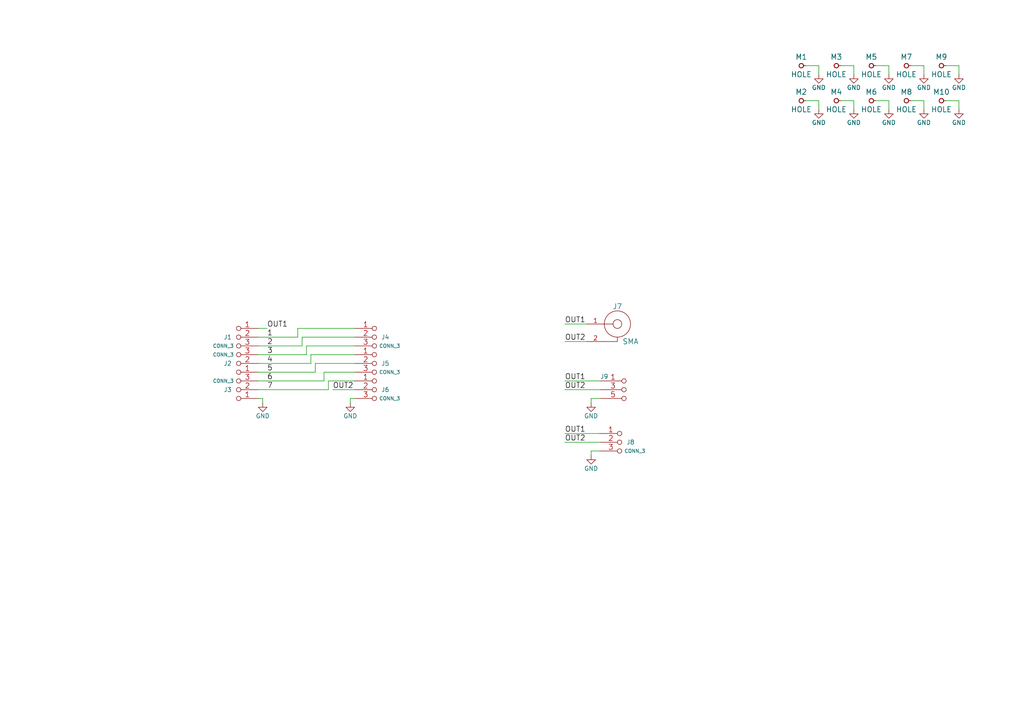
<source format=kicad_sch>
(kicad_sch (version 20211123) (generator eeschema)
  (paper "A4")
  (lib_symbols
    (symbol "VLFANT01A-rescue:CONN_3" (pin_names (offset 1.016) hide)
      (property "Reference" "J" (at 0 0 0))
      (property "Value" "CONN_3" (at 1.27 -2.54 0))
      (symbol "CONN_3_1_1"
        (pin passive inverted (at -8.89 2.54 0) (length 6.35) (name "P1") (number "1"))
        (pin passive inverted (at -8.89 0 0) (length 6.35) (name "PM") (number "2"))
        (pin passive inverted (at -8.89 -2.54 0) (length 6.35) (name "P3") (number "3"))
      )
    )
    (symbol "VLFANT01A-rescue:HOLE" (pin_numbers hide) (pin_names (offset 1.016) hide)
      (property "Reference" "M" (at 0 2.54 0))
      (property "Value" "HOLE" (at 0 -2.54 0))
      (symbol "HOLE_0_1"
        (circle (center 0 0) (radius 0.635) (stroke (width 0.254)))
      )
      (symbol "HOLE_1_1"
        (pin input line (at 1.27 0 180) (length 0.635) (name "~") (number "1"))
      )
    )
    (symbol "VLFANT01A-rescue:JUMP_3X2" (pin_names (offset 1.016) hide)
      (property "Reference" "J" (at -8.89 5.08 0))
      (symbol "JUMP_3X2_1_1"
        (pin passive inverted (at -10.16 3.81 0) (length 7.62) (name "2") (number "1"))
        (pin passive inverted (at -10.16 3.81 0) (length 7.62) hide (name "2") (number "2"))
        (pin passive inverted (at -10.16 1.27 0) (length 7.62) (name "4") (number "3"))
        (pin passive inverted (at -10.16 1.27 0) (length 7.62) hide (name "4") (number "4"))
        (pin passive inverted (at -10.16 -1.27 0) (length 7.62) (name "6") (number "5"))
        (pin passive inverted (at -10.16 -1.27 0) (length 7.62) hide (name "6") (number "6"))
      )
    )
    (symbol "VLFANT01A-rescue:SMA" (pin_names (offset 1.016))
      (property "Reference" "J" (at 0 5.08 0))
      (property "Value" "SMA" (at 3.81 -5.08 0))
      (symbol "SMA_0_1"
        (polyline (pts (xy -1.27 0) (xy -3.81 0)))
        (polyline (pts (xy 0 -3.81) (xy 0 -5.08) (xy -3.81 -5.08)))
        (circle (center 0 0) (radius 1.27))
        (circle (center 0 0) (radius 3.81))
      )
      (symbol "SMA_1_1"
        (pin unspecified line (at -8.89 0 0) (length 5.08) (name "~") (number "1"))
        (pin unspecified line (at -8.89 -5.08 0) (length 5.08) (name "~") (number "2"))
      )
    )
    (symbol "power:GND" (power) (pin_names (offset 0))
      (property "Value" "GND" (at 0 -3.81 0))
      (symbol "GND_0_1"
        (polyline (pts (xy 0 0) (xy 0 -1.27) (xy 1.27 -1.27) (xy 0 -2.54) (xy -1.27 -1.27) (xy 0 -1.27)))
      )
      (symbol "GND_1_1"
        (pin power_in line (at 0 0 270) (length 0) hide (name "GND") (number "1"))
      )
    )
  )
  (wire (pts (xy 74.93 102.87) (xy 88.9 102.87)))
  (wire (pts (xy 88.9 100.33) (xy 102.87 100.33)))
  (wire (pts (xy 76.2 115.57) (xy 76.2 116.84)))
  (wire (pts (xy 74.93 110.49) (xy 93.98 110.49)))
  (wire (pts (xy 267.97 19.05) (xy 267.97 21.59)))
  (wire (pts (xy 173.99 110.49) (xy 163.83 110.49)))
  (wire (pts (xy 278.13 19.05) (xy 278.13 21.59)))
  (wire (pts (xy 264.16 29.21) (xy 267.97 29.21)))
  (wire (pts (xy 171.45 116.84) (xy 171.45 115.57)))
  (wire (pts (xy 86.36 97.79) (xy 86.36 95.25)))
  (wire (pts (xy 257.81 19.05) (xy 257.81 21.59)))
  (wire (pts (xy 101.6 115.57) (xy 101.6 116.84)))
  (wire (pts (xy 74.93 107.95) (xy 91.44 107.95)))
  (wire (pts (xy 264.16 19.05) (xy 267.97 19.05)))
  (wire (pts (xy 93.98 110.49) (xy 93.98 107.95)))
  (wire (pts (xy 74.93 95.25) (xy 77.47 95.25)))
  (wire (pts (xy 74.93 105.41) (xy 90.17 105.41)))
  (wire (pts (xy 87.63 97.79) (xy 102.87 97.79)))
  (wire (pts (xy 254 19.05) (xy 257.81 19.05)))
  (wire (pts (xy 95.25 113.03) (xy 95.25 110.49)))
  (wire (pts (xy 247.65 29.21) (xy 247.65 31.75)))
  (wire (pts (xy 91.44 105.41) (xy 102.87 105.41)))
  (wire (pts (xy 74.93 100.33) (xy 87.63 100.33)))
  (wire (pts (xy 243.84 29.21) (xy 247.65 29.21)))
  (wire (pts (xy 102.87 115.57) (xy 101.6 115.57)))
  (wire (pts (xy 170.18 93.98) (xy 163.83 93.98)))
  (wire (pts (xy 171.45 115.57) (xy 173.99 115.57)))
  (wire (pts (xy 254 29.21) (xy 257.81 29.21)))
  (wire (pts (xy 87.63 100.33) (xy 87.63 97.79)))
  (wire (pts (xy 171.45 132.08) (xy 171.45 130.81)))
  (wire (pts (xy 243.84 19.05) (xy 247.65 19.05)))
  (wire (pts (xy 233.68 19.05) (xy 237.49 19.05)))
  (wire (pts (xy 88.9 102.87) (xy 88.9 100.33)))
  (wire (pts (xy 90.17 105.41) (xy 90.17 102.87)))
  (wire (pts (xy 173.99 113.03) (xy 163.83 113.03)))
  (wire (pts (xy 96.52 113.03) (xy 102.87 113.03)))
  (wire (pts (xy 257.81 29.21) (xy 257.81 31.75)))
  (wire (pts (xy 173.99 125.73) (xy 163.83 125.73)))
  (wire (pts (xy 233.68 29.21) (xy 237.49 29.21)))
  (wire (pts (xy 74.93 115.57) (xy 76.2 115.57)))
  (wire (pts (xy 74.93 97.79) (xy 86.36 97.79)))
  (wire (pts (xy 274.32 29.21) (xy 278.13 29.21)))
  (wire (pts (xy 247.65 19.05) (xy 247.65 21.59)))
  (wire (pts (xy 170.18 99.06) (xy 163.83 99.06)))
  (wire (pts (xy 93.98 107.95) (xy 102.87 107.95)))
  (wire (pts (xy 95.25 110.49) (xy 102.87 110.49)))
  (wire (pts (xy 278.13 29.21) (xy 278.13 31.75)))
  (wire (pts (xy 171.45 130.81) (xy 173.99 130.81)))
  (wire (pts (xy 237.49 29.21) (xy 237.49 31.75)))
  (wire (pts (xy 74.93 113.03) (xy 95.25 113.03)))
  (wire (pts (xy 237.49 19.05) (xy 237.49 21.59)))
  (wire (pts (xy 274.32 19.05) (xy 278.13 19.05)))
  (wire (pts (xy 90.17 102.87) (xy 102.87 102.87)))
  (wire (pts (xy 173.99 128.27) (xy 163.83 128.27)))
  (wire (pts (xy 86.36 95.25) (xy 102.87 95.25)))
  (wire (pts (xy 91.44 107.95) (xy 91.44 105.41)))
  (wire (pts (xy 267.97 29.21) (xy 267.97 31.75)))
  (label "2" (at 77.47 100.33 0) (effects (font (size 1.524 1.524))))
  (label "5" (at 77.47 107.95 0) (effects (font (size 1.524 1.524))))
  (label "1" (at 77.47 97.79 0) (effects (font (size 1.524 1.524))))
  (label "OUT2" (at 96.52 113.03 0) (effects (font (size 1.524 1.524))))
  (label "OUT1" (at 77.47 95.25 0) (effects (font (size 1.524 1.524))))
  (label "OUT1" (at 163.83 93.98 0) (effects (font (size 1.524 1.524))))
  (label "OUT2" (at 163.83 128.27 0) (effects (font (size 1.524 1.524))))
  (label "OUT2" (at 163.83 113.03 0) (effects (font (size 1.524 1.524))))
  (label "4" (at 77.47 105.41 0) (effects (font (size 1.524 1.524))))
  (label "3" (at 77.47 102.87 0) (effects (font (size 1.524 1.524))))
  (label "OUT2" (at 163.83 99.06 0) (effects (font (size 1.524 1.524))))
  (label "OUT1" (at 163.83 125.73 0) (effects (font (size 1.524 1.524))))
  (label "6" (at 77.47 110.49 0) (effects (font (size 1.524 1.524))))
  (label "7" (at 77.47 113.03 0) (effects (font (size 1.524 1.524))))
  (label "OUT1" (at 163.83 110.49 0) (effects (font (size 1.524 1.524))))
  (symbol (lib_id "VLFANT01A-rescue:HOLE") (at 232.41 19.05 0) (unit 1)
    (property "Reference" "M1" (at 232.41 16.51 0) (effects (font (size 1.524 1.524))))
    (property "Value" "HOLE" (at 232.41 21.59 0) (effects (font (size 1.524 1.524))))
    (property "Footprint" "Mlab_Mechanical:MountingHole_3mm" (effects hide))
  )
  (symbol (lib_id "power:GND") (at 237.49 21.59 0) (unit 1)
    (property "Reference" "#PWR5" (effects hide))
    (property "Value" "GND" (at 237.49 25.4 0))
  )
  (symbol (lib_id "VLFANT01A-rescue:HOLE") (at 242.57 19.05 0) (unit 1)
    (property "Reference" "M3" (at 242.57 16.51 0) (effects (font (size 1.524 1.524))))
    (property "Value" "HOLE" (at 242.57 21.59 0) (effects (font (size 1.524 1.524))))
    (property "Footprint" "Mlab_Mechanical:MountingHole_3mm" (effects hide))
  )
  (symbol (lib_id "power:GND") (at 247.65 21.59 0) (unit 1)
    (property "Reference" "#PWR7" (effects hide))
    (property "Value" "GND" (at 247.65 25.4 0))
  )
  (symbol (lib_id "VLFANT01A-rescue:HOLE") (at 232.41 29.21 0) (unit 1)
    (property "Reference" "M2" (at 232.41 26.67 0) (effects (font (size 1.524 1.524))))
    (property "Value" "HOLE" (at 232.41 31.75 0) (effects (font (size 1.524 1.524))))
    (property "Footprint" "Mlab_Mechanical:MountingHole_3mm" (effects hide))
  )
  (symbol (lib_id "power:GND") (at 237.49 31.75 0) (unit 1)
    (property "Reference" "#PWR6" (effects hide))
    (property "Value" "GND" (at 237.49 35.56 0))
  )
  (symbol (lib_id "VLFANT01A-rescue:HOLE") (at 242.57 29.21 0) (unit 1)
    (property "Reference" "M4" (at 242.57 26.67 0) (effects (font (size 1.524 1.524))))
    (property "Value" "HOLE" (at 242.57 31.75 0) (effects (font (size 1.524 1.524))))
    (property "Footprint" "Mlab_Mechanical:MountingHole_3mm" (effects hide))
  )
  (symbol (lib_id "power:GND") (at 247.65 31.75 0) (unit 1)
    (property "Reference" "#PWR8" (effects hide))
    (property "Value" "GND" (at 247.65 35.56 0))
  )
  (symbol (lib_id "VLFANT01A-rescue:CONN_3") (at 66.04 97.79 0) (mirror y) (unit 1)
    (property "Reference" "J1" (at 66.04 97.79 0))
    (property "Value" "CONN_3" (at 64.77 100.33 0) (effects (font (size 1.016 1.016))))
    (property "Footprint" "Mlab_CON:AVX_009175003001006" (effects hide))
  )
  (symbol (lib_id "VLFANT01A-rescue:CONN_3") (at 66.04 105.41 180) (unit 1)
    (property "Reference" "J2" (at 66.04 105.41 0))
    (property "Value" "CONN_3" (at 64.77 102.87 0) (effects (font (size 1.016 1.016))))
    (property "Footprint" "Mlab_CON:AVX_009175003001006" (effects hide))
  )
  (symbol (lib_id "VLFANT01A-rescue:CONN_3") (at 66.04 113.03 180) (unit 1)
    (property "Reference" "J3" (at 66.04 113.03 0))
    (property "Value" "CONN_3" (at 64.77 110.49 0) (effects (font (size 1.016 1.016))))
    (property "Footprint" "Mlab_CON:AVX_009175003001006" (effects hide))
  )
  (symbol (lib_id "VLFANT01A-rescue:CONN_3") (at 111.76 97.79 0) (unit 1)
    (property "Reference" "J4" (at 111.76 97.79 0))
    (property "Value" "CONN_3" (at 113.03 100.33 0) (effects (font (size 1.016 1.016))))
    (property "Footprint" "Mlab_CON:AVX_009175003001006" (effects hide))
  )
  (symbol (lib_id "VLFANT01A-rescue:CONN_3") (at 111.76 105.41 0) (unit 1)
    (property "Reference" "J5" (at 111.76 105.41 0))
    (property "Value" "CONN_3" (at 113.03 107.95 0) (effects (font (size 1.016 1.016))))
    (property "Footprint" "Mlab_CON:AVX_009175003001006" (effects hide))
  )
  (symbol (lib_id "VLFANT01A-rescue:CONN_3") (at 111.76 113.03 0) (unit 1)
    (property "Reference" "J6" (at 111.76 113.03 0))
    (property "Value" "CONN_3" (at 113.03 115.57 0) (effects (font (size 1.016 1.016))))
    (property "Footprint" "Mlab_CON:AVX_009175003001006" (effects hide))
  )
  (symbol (lib_id "power:GND") (at 76.2 116.84 0) (unit 1)
    (property "Reference" "#PWR1" (effects hide))
    (property "Value" "GND" (at 76.2 120.65 0))
  )
  (symbol (lib_id "power:GND") (at 101.6 116.84 0) (unit 1)
    (property "Reference" "#PWR2" (effects hide))
    (property "Value" "GND" (at 101.6 120.65 0))
  )
  (symbol (lib_id "VLFANT01A-rescue:SMA") (at 179.07 93.98 0) (unit 1)
    (property "Reference" "J7" (at 179.07 88.9 0) (effects (font (size 1.524 1.524))))
    (property "Value" "SMA" (at 182.88 99.06 0) (effects (font (size 1.524 1.524))))
    (property "Footprint" "Mlab_CON:SMA6251A13G50" (effects hide))
  )
  (symbol (lib_id "VLFANT01A-rescue:JUMP_3X2") (at 184.15 114.3 0) (unit 1)
    (property "Reference" "J9" (at 175.26 109.22 0))
    (property "Value" "JUMP_3X2" (effects hide))
    (property "Footprint" "Mlab_Pin_Headers:Straight_2x03" (effects hide))
  )
  (symbol (lib_id "power:GND") (at 171.45 116.84 0) (unit 1)
    (property "Reference" "#PWR3" (effects hide))
    (property "Value" "GND" (at 171.45 120.65 0))
  )
  (symbol (lib_id "VLFANT01A-rescue:CONN_3") (at 182.88 128.27 0) (unit 1)
    (property "Reference" "J8" (at 182.88 128.27 0))
    (property "Value" "CONN_3" (at 184.15 130.81 0) (effects (font (size 1.016 1.016))))
    (property "Footprint" "Mlab_CON:AVX_009175003001006" (effects hide))
  )
  (symbol (lib_id "power:GND") (at 171.45 132.08 0) (unit 1)
    (property "Reference" "#PWR4" (effects hide))
    (property "Value" "GND" (at 171.45 135.89 0))
  )
  (symbol (lib_id "VLFANT01A-rescue:HOLE") (at 252.73 19.05 0) (unit 1)
    (property "Reference" "M5" (at 252.73 16.51 0) (effects (font (size 1.524 1.524))))
    (property "Value" "HOLE" (at 252.73 21.59 0) (effects (font (size 1.524 1.524))))
    (property "Footprint" "Mlab_Mechanical:MountingHole_3mm" (effects hide))
  )
  (symbol (lib_id "power:GND") (at 257.81 21.59 0) (unit 1)
    (property "Reference" "#PWR9" (effects hide))
    (property "Value" "GND" (at 257.81 25.4 0))
  )
  (symbol (lib_id "VLFANT01A-rescue:HOLE") (at 252.73 29.21 0) (unit 1)
    (property "Reference" "M6" (at 252.73 26.67 0) (effects (font (size 1.524 1.524))))
    (property "Value" "HOLE" (at 252.73 31.75 0) (effects (font (size 1.524 1.524))))
    (property "Footprint" "Mlab_Mechanical:MountingHole_3mm" (effects hide))
  )
  (symbol (lib_id "power:GND") (at 257.81 31.75 0) (unit 1)
    (property "Reference" "#PWR10" (effects hide))
    (property "Value" "GND" (at 257.81 35.56 0))
  )
  (symbol (lib_id "VLFANT01A-rescue:HOLE") (at 262.89 19.05 0) (unit 1)
    (property "Reference" "M7" (at 262.89 16.51 0) (effects (font (size 1.524 1.524))))
    (property "Value" "HOLE" (at 262.89 21.59 0) (effects (font (size 1.524 1.524))))
    (property "Footprint" "Mlab_Mechanical:MountingHole_3mm" (effects hide))
  )
  (symbol (lib_id "power:GND") (at 267.97 21.59 0) (unit 1)
    (property "Reference" "#PWR11" (effects hide))
    (property "Value" "GND" (at 267.97 25.4 0))
  )
  (symbol (lib_id "VLFANT01A-rescue:HOLE") (at 262.89 29.21 0) (unit 1)
    (property "Reference" "M8" (at 262.89 26.67 0) (effects (font (size 1.524 1.524))))
    (property "Value" "HOLE" (at 262.89 31.75 0) (effects (font (size 1.524 1.524))))
    (property "Footprint" "Mlab_Mechanical:MountingHole_3mm" (effects hide))
  )
  (symbol (lib_id "power:GND") (at 267.97 31.75 0) (unit 1)
    (property "Reference" "#PWR12" (effects hide))
    (property "Value" "GND" (at 267.97 35.56 0))
  )
  (symbol (lib_id "VLFANT01A-rescue:HOLE") (at 273.05 19.05 0) (unit 1)
    (property "Reference" "M9" (at 273.05 16.51 0) (effects (font (size 1.524 1.524))))
    (property "Value" "HOLE" (at 273.05 21.59 0) (effects (font (size 1.524 1.524))))
    (property "Footprint" "Mlab_Mechanical:MountingHole_3mm" (effects hide))
  )
  (symbol (lib_id "power:GND") (at 278.13 21.59 0) (unit 1)
    (property "Reference" "#PWR13" (effects hide))
    (property "Value" "GND" (at 278.13 25.4 0))
  )
  (symbol (lib_id "VLFANT01A-rescue:HOLE") (at 273.05 29.21 0) (unit 1)
    (property "Reference" "M10" (at 273.05 26.67 0) (effects (font (size 1.524 1.524))))
    (property "Value" "HOLE" (at 273.05 31.75 0) (effects (font (size 1.524 1.524))))
    (property "Footprint" "Mlab_Mechanical:MountingHole_3mm" (effects hide))
  )
  (symbol (lib_id "power:GND") (at 278.13 31.75 0) (unit 1)
    (property "Reference" "#PWR14" (effects hide))
    (property "Value" "GND" (at 278.13 35.56 0))
  )
)
</source>
